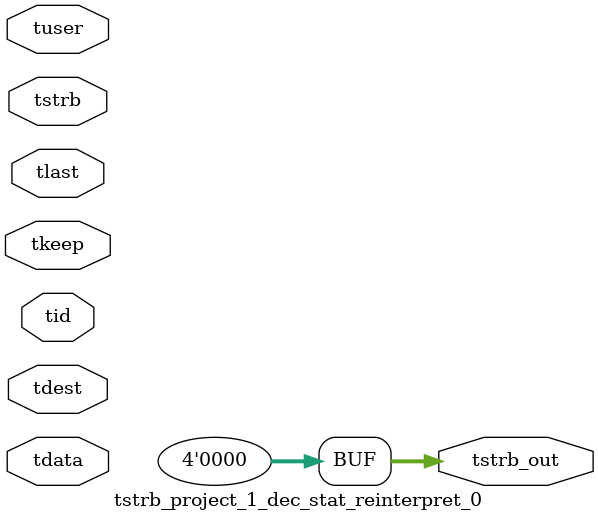
<source format=v>


`timescale 1ps/1ps

module tstrb_project_1_dec_stat_reinterpret_0 #
(
parameter C_S_AXIS_TDATA_WIDTH = 32,
parameter C_S_AXIS_TUSER_WIDTH = 0,
parameter C_S_AXIS_TID_WIDTH   = 0,
parameter C_S_AXIS_TDEST_WIDTH = 0,
parameter C_M_AXIS_TDATA_WIDTH = 32
)
(
input  [(C_S_AXIS_TDATA_WIDTH == 0 ? 1 : C_S_AXIS_TDATA_WIDTH)-1:0     ] tdata,
input  [(C_S_AXIS_TUSER_WIDTH == 0 ? 1 : C_S_AXIS_TUSER_WIDTH)-1:0     ] tuser,
input  [(C_S_AXIS_TID_WIDTH   == 0 ? 1 : C_S_AXIS_TID_WIDTH)-1:0       ] tid,
input  [(C_S_AXIS_TDEST_WIDTH == 0 ? 1 : C_S_AXIS_TDEST_WIDTH)-1:0     ] tdest,
input  [(C_S_AXIS_TDATA_WIDTH/8)-1:0 ] tkeep,
input  [(C_S_AXIS_TDATA_WIDTH/8)-1:0 ] tstrb,
input                                                                    tlast,
output [(C_M_AXIS_TDATA_WIDTH/8)-1:0 ] tstrb_out
);

assign tstrb_out = {1'b0};

endmodule


</source>
